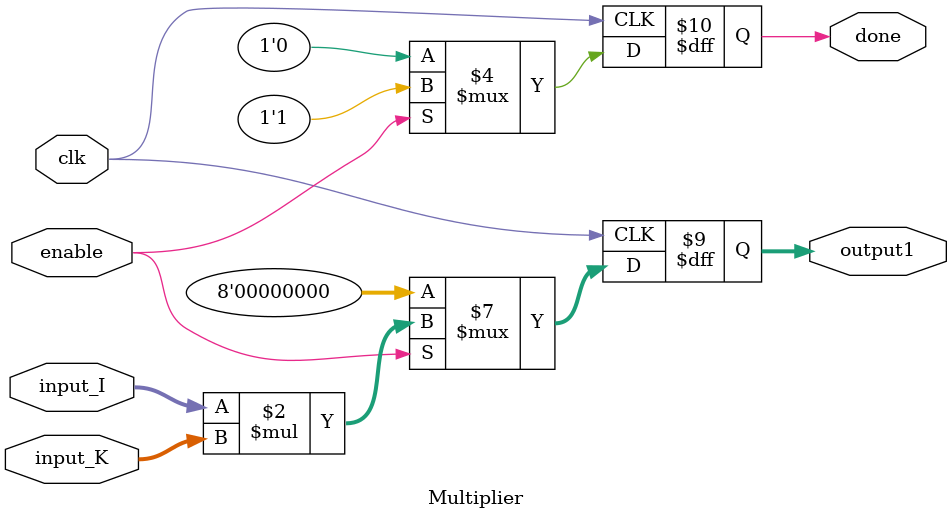
<source format=v>
module Multiplier(
	input clk,
	input enable,
	input [3:0] input_I,
	input [3:0] input_K,
	output reg [7:0] output1,
	output reg done
    );
	
	always @ (posedge clk) begin
		if(enable) begin
			output1 <= input_I * input_K;
			done <= 1'b1;
		end
		else begin
			output1 <= 0;
			done <= 1'b0;
		end

	end
		
endmodule

</source>
